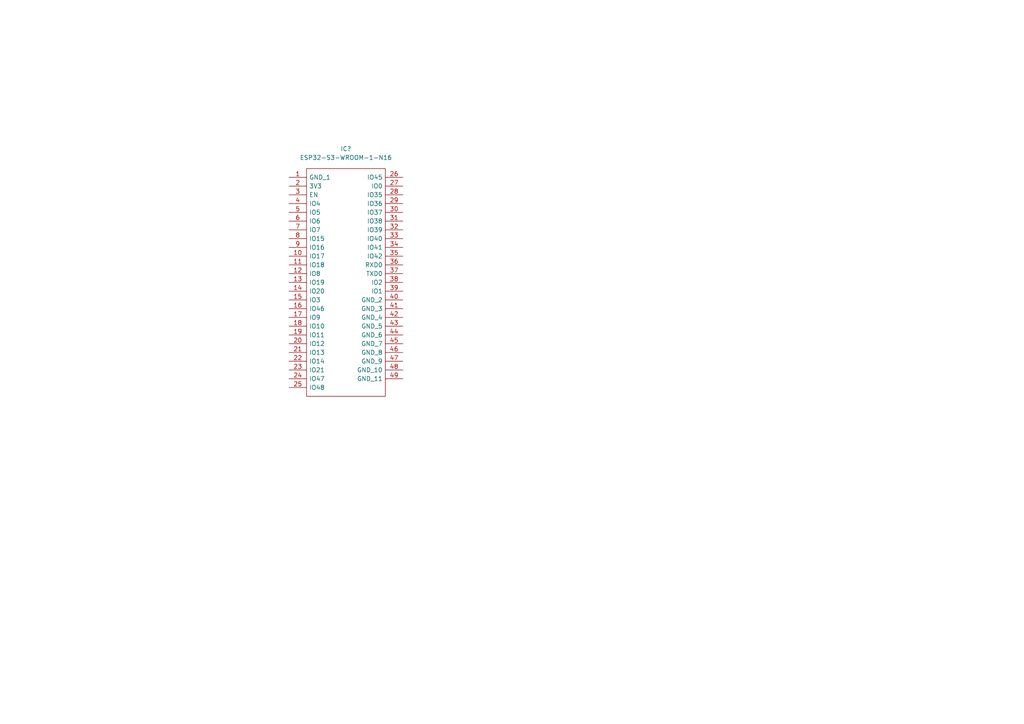
<source format=kicad_sch>
(kicad_sch (version 20211123) (generator eeschema)

  (uuid d398ed4f-207c-42d1-8183-14f2232bd243)

  (paper "A4")

  (lib_symbols
    (symbol "SamacSys_Parts:ESP32-S3-WROOM-1-N16" (pin_names (offset 0.762)) (in_bom yes) (on_board yes)
      (property "Reference" "IC" (id 0) (at 29.21 7.62 0)
        (effects (font (size 1.27 1.27)) (justify left))
      )
      (property "Value" "ESP32-S3-WROOM-1-N16" (id 1) (at 29.21 5.08 0)
        (effects (font (size 1.27 1.27)) (justify left))
      )
      (property "Footprint" "ESP32S3WROOM1N16" (id 2) (at 29.21 2.54 0)
        (effects (font (size 1.27 1.27)) (justify left) hide)
      )
      (property "Datasheet" "https://www.espressif.com/sites/default/files/documentation/esp32-s3-wroom-1_wroom-1u_datasheet_en.pdf" (id 3) (at 29.21 0 0)
        (effects (font (size 1.27 1.27)) (justify left) hide)
      )
      (property "Description" "WiFi Modules - 802.11 [Engineering Samples] SMD Module, ESP32-S3, 16 MB SPI Flash, PCB Antenna" (id 4) (at 29.21 -2.54 0)
        (effects (font (size 1.27 1.27)) (justify left) hide)
      )
      (property "Height" "3.25" (id 5) (at 29.21 -5.08 0)
        (effects (font (size 1.27 1.27)) (justify left) hide)
      )
      (property "Manufacturer_Name" "Espressif Systems" (id 6) (at 29.21 -7.62 0)
        (effects (font (size 1.27 1.27)) (justify left) hide)
      )
      (property "Manufacturer_Part_Number" "ESP32-S3-WROOM-1-N16" (id 7) (at 29.21 -10.16 0)
        (effects (font (size 1.27 1.27)) (justify left) hide)
      )
      (property "Mouser Part Number" "356-ESP32S3WROOM1N16" (id 8) (at 29.21 -12.7 0)
        (effects (font (size 1.27 1.27)) (justify left) hide)
      )
      (property "Mouser Price/Stock" "https://www.mouser.co.uk/ProductDetail/Espressif-Systems/ESP32-S3-WROOM-1-N16?qs=Li%252BoUPsLEntjPrtJwwS5Pw%3D%3D" (id 9) (at 29.21 -15.24 0)
        (effects (font (size 1.27 1.27)) (justify left) hide)
      )
      (property "Arrow Part Number" "" (id 10) (at 29.21 -17.78 0)
        (effects (font (size 1.27 1.27)) (justify left) hide)
      )
      (property "Arrow Price/Stock" "" (id 11) (at 29.21 -20.32 0)
        (effects (font (size 1.27 1.27)) (justify left) hide)
      )
      (property "Mouser Testing Part Number" "" (id 12) (at 29.21 -22.86 0)
        (effects (font (size 1.27 1.27)) (justify left) hide)
      )
      (property "Mouser Testing Price/Stock" "" (id 13) (at 29.21 -25.4 0)
        (effects (font (size 1.27 1.27)) (justify left) hide)
      )
      (property "ki_description" "WiFi Modules - 802.11 [Engineering Samples] SMD Module, ESP32-S3, 16 MB SPI Flash, PCB Antenna" (id 14) (at 0 0 0)
        (effects (font (size 1.27 1.27)) hide)
      )
      (symbol "ESP32-S3-WROOM-1-N16_0_0"
        (pin passive line (at 0 0 0) (length 5.08)
          (name "GND_1" (effects (font (size 1.27 1.27))))
          (number "1" (effects (font (size 1.27 1.27))))
        )
        (pin passive line (at 0 -22.86 0) (length 5.08)
          (name "IO17" (effects (font (size 1.27 1.27))))
          (number "10" (effects (font (size 1.27 1.27))))
        )
        (pin passive line (at 0 -25.4 0) (length 5.08)
          (name "IO18" (effects (font (size 1.27 1.27))))
          (number "11" (effects (font (size 1.27 1.27))))
        )
        (pin passive line (at 0 -27.94 0) (length 5.08)
          (name "IO8" (effects (font (size 1.27 1.27))))
          (number "12" (effects (font (size 1.27 1.27))))
        )
        (pin passive line (at 0 -30.48 0) (length 5.08)
          (name "IO19" (effects (font (size 1.27 1.27))))
          (number "13" (effects (font (size 1.27 1.27))))
        )
        (pin passive line (at 0 -33.02 0) (length 5.08)
          (name "IO20" (effects (font (size 1.27 1.27))))
          (number "14" (effects (font (size 1.27 1.27))))
        )
        (pin passive line (at 0 -35.56 0) (length 5.08)
          (name "IO3" (effects (font (size 1.27 1.27))))
          (number "15" (effects (font (size 1.27 1.27))))
        )
        (pin passive line (at 0 -38.1 0) (length 5.08)
          (name "IO46" (effects (font (size 1.27 1.27))))
          (number "16" (effects (font (size 1.27 1.27))))
        )
        (pin passive line (at 0 -40.64 0) (length 5.08)
          (name "IO9" (effects (font (size 1.27 1.27))))
          (number "17" (effects (font (size 1.27 1.27))))
        )
        (pin passive line (at 0 -43.18 0) (length 5.08)
          (name "IO10" (effects (font (size 1.27 1.27))))
          (number "18" (effects (font (size 1.27 1.27))))
        )
        (pin passive line (at 0 -45.72 0) (length 5.08)
          (name "IO11" (effects (font (size 1.27 1.27))))
          (number "19" (effects (font (size 1.27 1.27))))
        )
        (pin passive line (at 0 -2.54 0) (length 5.08)
          (name "3V3" (effects (font (size 1.27 1.27))))
          (number "2" (effects (font (size 1.27 1.27))))
        )
        (pin passive line (at 0 -48.26 0) (length 5.08)
          (name "IO12" (effects (font (size 1.27 1.27))))
          (number "20" (effects (font (size 1.27 1.27))))
        )
        (pin passive line (at 0 -50.8 0) (length 5.08)
          (name "IO13" (effects (font (size 1.27 1.27))))
          (number "21" (effects (font (size 1.27 1.27))))
        )
        (pin passive line (at 0 -53.34 0) (length 5.08)
          (name "IO14" (effects (font (size 1.27 1.27))))
          (number "22" (effects (font (size 1.27 1.27))))
        )
        (pin passive line (at 0 -55.88 0) (length 5.08)
          (name "IO21" (effects (font (size 1.27 1.27))))
          (number "23" (effects (font (size 1.27 1.27))))
        )
        (pin passive line (at 0 -58.42 0) (length 5.08)
          (name "IO47" (effects (font (size 1.27 1.27))))
          (number "24" (effects (font (size 1.27 1.27))))
        )
        (pin passive line (at 0 -60.96 0) (length 5.08)
          (name "IO48" (effects (font (size 1.27 1.27))))
          (number "25" (effects (font (size 1.27 1.27))))
        )
        (pin passive line (at 33.02 0 180) (length 5.08)
          (name "IO45" (effects (font (size 1.27 1.27))))
          (number "26" (effects (font (size 1.27 1.27))))
        )
        (pin passive line (at 33.02 -2.54 180) (length 5.08)
          (name "IO0" (effects (font (size 1.27 1.27))))
          (number "27" (effects (font (size 1.27 1.27))))
        )
        (pin passive line (at 33.02 -5.08 180) (length 5.08)
          (name "IO35" (effects (font (size 1.27 1.27))))
          (number "28" (effects (font (size 1.27 1.27))))
        )
        (pin passive line (at 33.02 -7.62 180) (length 5.08)
          (name "IO36" (effects (font (size 1.27 1.27))))
          (number "29" (effects (font (size 1.27 1.27))))
        )
        (pin passive line (at 0 -5.08 0) (length 5.08)
          (name "EN" (effects (font (size 1.27 1.27))))
          (number "3" (effects (font (size 1.27 1.27))))
        )
        (pin passive line (at 33.02 -10.16 180) (length 5.08)
          (name "IO37" (effects (font (size 1.27 1.27))))
          (number "30" (effects (font (size 1.27 1.27))))
        )
        (pin passive line (at 33.02 -12.7 180) (length 5.08)
          (name "IO38" (effects (font (size 1.27 1.27))))
          (number "31" (effects (font (size 1.27 1.27))))
        )
        (pin passive line (at 33.02 -15.24 180) (length 5.08)
          (name "IO39" (effects (font (size 1.27 1.27))))
          (number "32" (effects (font (size 1.27 1.27))))
        )
        (pin passive line (at 33.02 -17.78 180) (length 5.08)
          (name "IO40" (effects (font (size 1.27 1.27))))
          (number "33" (effects (font (size 1.27 1.27))))
        )
        (pin passive line (at 33.02 -20.32 180) (length 5.08)
          (name "IO41" (effects (font (size 1.27 1.27))))
          (number "34" (effects (font (size 1.27 1.27))))
        )
        (pin passive line (at 33.02 -22.86 180) (length 5.08)
          (name "IO42" (effects (font (size 1.27 1.27))))
          (number "35" (effects (font (size 1.27 1.27))))
        )
        (pin passive line (at 33.02 -25.4 180) (length 5.08)
          (name "RXD0" (effects (font (size 1.27 1.27))))
          (number "36" (effects (font (size 1.27 1.27))))
        )
        (pin passive line (at 33.02 -27.94 180) (length 5.08)
          (name "TXD0" (effects (font (size 1.27 1.27))))
          (number "37" (effects (font (size 1.27 1.27))))
        )
        (pin passive line (at 33.02 -30.48 180) (length 5.08)
          (name "IO2" (effects (font (size 1.27 1.27))))
          (number "38" (effects (font (size 1.27 1.27))))
        )
        (pin passive line (at 33.02 -33.02 180) (length 5.08)
          (name "IO1" (effects (font (size 1.27 1.27))))
          (number "39" (effects (font (size 1.27 1.27))))
        )
        (pin passive line (at 0 -7.62 0) (length 5.08)
          (name "IO4" (effects (font (size 1.27 1.27))))
          (number "4" (effects (font (size 1.27 1.27))))
        )
        (pin passive line (at 33.02 -35.56 180) (length 5.08)
          (name "GND_2" (effects (font (size 1.27 1.27))))
          (number "40" (effects (font (size 1.27 1.27))))
        )
        (pin passive line (at 33.02 -38.1 180) (length 5.08)
          (name "GND_3" (effects (font (size 1.27 1.27))))
          (number "41" (effects (font (size 1.27 1.27))))
        )
        (pin passive line (at 33.02 -40.64 180) (length 5.08)
          (name "GND_4" (effects (font (size 1.27 1.27))))
          (number "42" (effects (font (size 1.27 1.27))))
        )
        (pin passive line (at 33.02 -43.18 180) (length 5.08)
          (name "GND_5" (effects (font (size 1.27 1.27))))
          (number "43" (effects (font (size 1.27 1.27))))
        )
        (pin passive line (at 33.02 -45.72 180) (length 5.08)
          (name "GND_6" (effects (font (size 1.27 1.27))))
          (number "44" (effects (font (size 1.27 1.27))))
        )
        (pin passive line (at 33.02 -48.26 180) (length 5.08)
          (name "GND_7" (effects (font (size 1.27 1.27))))
          (number "45" (effects (font (size 1.27 1.27))))
        )
        (pin passive line (at 33.02 -50.8 180) (length 5.08)
          (name "GND_8" (effects (font (size 1.27 1.27))))
          (number "46" (effects (font (size 1.27 1.27))))
        )
        (pin passive line (at 33.02 -53.34 180) (length 5.08)
          (name "GND_9" (effects (font (size 1.27 1.27))))
          (number "47" (effects (font (size 1.27 1.27))))
        )
        (pin passive line (at 33.02 -55.88 180) (length 5.08)
          (name "GND_10" (effects (font (size 1.27 1.27))))
          (number "48" (effects (font (size 1.27 1.27))))
        )
        (pin passive line (at 33.02 -58.42 180) (length 5.08)
          (name "GND_11" (effects (font (size 1.27 1.27))))
          (number "49" (effects (font (size 1.27 1.27))))
        )
        (pin passive line (at 0 -10.16 0) (length 5.08)
          (name "IO5" (effects (font (size 1.27 1.27))))
          (number "5" (effects (font (size 1.27 1.27))))
        )
        (pin passive line (at 0 -12.7 0) (length 5.08)
          (name "IO6" (effects (font (size 1.27 1.27))))
          (number "6" (effects (font (size 1.27 1.27))))
        )
        (pin passive line (at 0 -15.24 0) (length 5.08)
          (name "IO7" (effects (font (size 1.27 1.27))))
          (number "7" (effects (font (size 1.27 1.27))))
        )
        (pin passive line (at 0 -17.78 0) (length 5.08)
          (name "IO15" (effects (font (size 1.27 1.27))))
          (number "8" (effects (font (size 1.27 1.27))))
        )
        (pin passive line (at 0 -20.32 0) (length 5.08)
          (name "IO16" (effects (font (size 1.27 1.27))))
          (number "9" (effects (font (size 1.27 1.27))))
        )
      )
      (symbol "ESP32-S3-WROOM-1-N16_0_1"
        (polyline
          (pts
            (xy 5.08 2.54)
            (xy 27.94 2.54)
            (xy 27.94 -63.5)
            (xy 5.08 -63.5)
            (xy 5.08 2.54)
          )
          (stroke (width 0.1524) (type default) (color 0 0 0 0))
          (fill (type none))
        )
      )
    )
  )


  (symbol (lib_id "SamacSys_Parts:ESP32-S3-WROOM-1-N16") (at 83.82 51.435 0) (unit 1)
    (in_bom yes) (on_board yes) (fields_autoplaced)
    (uuid e99aad9d-47c8-49c5-8026-b550f328358f)
    (property "Reference" "IC?" (id 0) (at 100.33 43.18 0))
    (property "Value" "ESP32-S3-WROOM-1-N16" (id 1) (at 100.33 45.72 0))
    (property "Footprint" "ESP32S3WROOM1N16" (id 2) (at 113.03 48.895 0)
      (effects (font (size 1.27 1.27)) (justify left) hide)
    )
    (property "Datasheet" "https://www.espressif.com/sites/default/files/documentation/esp32-s3-wroom-1_wroom-1u_datasheet_en.pdf" (id 3) (at 113.03 51.435 0)
      (effects (font (size 1.27 1.27)) (justify left) hide)
    )
    (property "Description" "WiFi Modules - 802.11 [Engineering Samples] SMD Module, ESP32-S3, 16 MB SPI Flash, PCB Antenna" (id 4) (at 113.03 53.975 0)
      (effects (font (size 1.27 1.27)) (justify left) hide)
    )
    (property "Height" "3.25" (id 5) (at 113.03 56.515 0)
      (effects (font (size 1.27 1.27)) (justify left) hide)
    )
    (property "Manufacturer_Name" "Espressif Systems" (id 6) (at 113.03 59.055 0)
      (effects (font (size 1.27 1.27)) (justify left) hide)
    )
    (property "Manufacturer_Part_Number" "ESP32-S3-WROOM-1-N16" (id 7) (at 113.03 61.595 0)
      (effects (font (size 1.27 1.27)) (justify left) hide)
    )
    (property "Mouser Part Number" "356-ESP32S3WROOM1N16" (id 8) (at 113.03 64.135 0)
      (effects (font (size 1.27 1.27)) (justify left) hide)
    )
    (property "Mouser Price/Stock" "https://www.mouser.co.uk/ProductDetail/Espressif-Systems/ESP32-S3-WROOM-1-N16?qs=Li%252BoUPsLEntjPrtJwwS5Pw%3D%3D" (id 9) (at 113.03 66.675 0)
      (effects (font (size 1.27 1.27)) (justify left) hide)
    )
    (property "Arrow Part Number" "" (id 10) (at 113.03 69.215 0)
      (effects (font (size 1.27 1.27)) (justify left) hide)
    )
    (property "Arrow Price/Stock" "" (id 11) (at 113.03 71.755 0)
      (effects (font (size 1.27 1.27)) (justify left) hide)
    )
    (property "Mouser Testing Part Number" "" (id 12) (at 113.03 74.295 0)
      (effects (font (size 1.27 1.27)) (justify left) hide)
    )
    (property "Mouser Testing Price/Stock" "" (id 13) (at 113.03 76.835 0)
      (effects (font (size 1.27 1.27)) (justify left) hide)
    )
    (pin "1" (uuid a6b0bb58-6ac0-4a6d-9522-f4cbf11ef191))
    (pin "10" (uuid e704bf98-b10f-4434-8e6c-780d006efa4e))
    (pin "11" (uuid 675319b3-ddbc-4dbb-a7e6-99ad6b0a8beb))
    (pin "12" (uuid 597e024a-a9b9-4898-b0ec-3438918e77a1))
    (pin "13" (uuid 19bcc4db-455a-49cd-b435-1a4086e47fe1))
    (pin "14" (uuid f459a64e-2c14-4f79-bdb5-2591c88d5a6d))
    (pin "15" (uuid 75f9b181-284a-4db9-8823-d95ccbb532d7))
    (pin "16" (uuid 9f47ca2d-a63c-48a0-a46b-a3f379f50a2e))
    (pin "17" (uuid 87290044-db46-45ba-997c-b84824f0dec4))
    (pin "18" (uuid a01af159-6803-4d38-b5e1-c598c703dbc0))
    (pin "19" (uuid 4143f2d8-5aaa-4e03-90ab-5e0ce22ef363))
    (pin "2" (uuid 94d71454-3725-4dd4-9c99-1214ea489f1f))
    (pin "20" (uuid 1989e2ee-6977-4c0b-a472-c7c75b646cb5))
    (pin "21" (uuid 475adf92-91e8-4255-aefb-ed0d89e1b287))
    (pin "22" (uuid ad823840-63da-4dcf-bbc9-5f444caed879))
    (pin "23" (uuid de4b6c86-b100-4f32-8f77-75545b4a93a2))
    (pin "24" (uuid fbbb0d83-1f3c-4af7-a84f-df54f73c9ab6))
    (pin "25" (uuid ee51f3f3-c790-4ffe-9df1-d1a9aa905b35))
    (pin "26" (uuid 82bfffcb-2206-4401-94bf-97979e0273d0))
    (pin "27" (uuid 9a3b3b9a-b694-408e-bc1f-63e2c7543d6d))
    (pin "28" (uuid df761275-3ba1-477e-abe0-c76037d64610))
    (pin "29" (uuid 03ccf1ec-d86c-4d5b-953d-2a01ac1ffe6e))
    (pin "3" (uuid e4e8dd28-e2b5-495e-927a-32bc3ae58bf7))
    (pin "30" (uuid 3d269fd6-915a-4c57-a745-371da1c7b2ff))
    (pin "31" (uuid 7574476a-1c14-478b-bac4-530d5c41b936))
    (pin "32" (uuid b4b0b02f-e412-446e-ae1c-55845d25f324))
    (pin "33" (uuid a5d041a0-e60e-4291-8424-ef3a97e6b544))
    (pin "34" (uuid 4f340bc5-5508-4e23-8430-74e08ae71894))
    (pin "35" (uuid 894482a1-c87d-4977-aa87-3a1f44ff1d65))
    (pin "36" (uuid a622fa49-36bd-44c4-8af6-84484d444e7d))
    (pin "37" (uuid 62df381c-5ac3-4c82-bb02-4d80721ee225))
    (pin "38" (uuid 67f7929a-2294-4688-bd41-01b5aaa1fa5e))
    (pin "39" (uuid 42aad558-cf10-4b23-9d37-104beb101019))
    (pin "4" (uuid 9b732f9e-dcf7-41a6-ada6-5831c5b0c14d))
    (pin "40" (uuid 8cf92565-b839-4581-9859-0abdcd6d5fc3))
    (pin "41" (uuid e9c6f578-cbe6-4c5f-a4f4-0213d52a98bb))
    (pin "42" (uuid 9bc655f2-1e4c-4642-85de-5e40827142f4))
    (pin "43" (uuid af382446-db5c-4df7-b0a4-872fbc1e3094))
    (pin "44" (uuid b39fb849-8cc1-4ac1-aba1-f16c56a73d67))
    (pin "45" (uuid ae299b66-3bbf-4f7a-af15-14cd9cbb4cdc))
    (pin "46" (uuid d4820396-5209-45a4-8049-4c275a256218))
    (pin "47" (uuid e93e5f44-5ad2-464d-a850-62443f4cb164))
    (pin "48" (uuid 2fc4993b-530b-4992-bfd2-086ff1d9c032))
    (pin "49" (uuid 9536e486-ac34-4b17-9b02-a90086f38a0f))
    (pin "5" (uuid a221eb84-512a-4df5-aef5-08a35c825c81))
    (pin "6" (uuid eb6630d1-ca56-4b77-9a9a-f7d6f5498954))
    (pin "7" (uuid 5792faf2-4cd7-4e70-bc54-15cfd20788c5))
    (pin "8" (uuid cdfe2c66-c6c9-44ba-bfc5-97652e4feb3b))
    (pin "9" (uuid 3f96102d-6419-4953-8ad3-50251b575c0e))
  )
)

</source>
